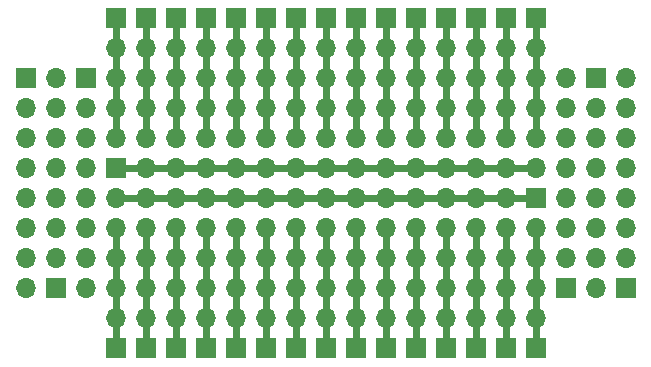
<source format=gbr>
G04 #@! TF.GenerationSoftware,KiCad,Pcbnew,(5.0.0)*
G04 #@! TF.CreationDate,2018-10-10T12:57:49-06:00*
G04 #@! TF.ProjectId,AltoidsSmallsPCB,416C746F696473536D616C6C73504342,rev?*
G04 #@! TF.SameCoordinates,Original*
G04 #@! TF.FileFunction,Copper,L1,Top,Signal*
G04 #@! TF.FilePolarity,Positive*
%FSLAX46Y46*%
G04 Gerber Fmt 4.6, Leading zero omitted, Abs format (unit mm)*
G04 Created by KiCad (PCBNEW (5.0.0)) date 10/10/18 12:57:49*
%MOMM*%
%LPD*%
G01*
G04 APERTURE LIST*
G04 #@! TA.AperFunction,ComponentPad*
%ADD10O,1.700000X1.700000*%
G04 #@! TD*
G04 #@! TA.AperFunction,ComponentPad*
%ADD11R,1.700000X1.700000*%
G04 #@! TD*
G04 #@! TA.AperFunction,Conductor*
%ADD12C,0.600000*%
G04 #@! TD*
G04 APERTURE END LIST*
D10*
G04 #@! TO.P,J37,15*
G04 #@! TO.N,VCC*
X115570000Y-81280000D03*
G04 #@! TO.P,J37,14*
X118110000Y-81280000D03*
G04 #@! TO.P,J37,13*
X120650000Y-81280000D03*
G04 #@! TO.P,J37,12*
X123190000Y-81280000D03*
G04 #@! TO.P,J37,11*
X125730000Y-81280000D03*
G04 #@! TO.P,J37,10*
X128270000Y-81280000D03*
G04 #@! TO.P,J37,9*
X130810000Y-81280000D03*
G04 #@! TO.P,J37,8*
X133350000Y-81280000D03*
G04 #@! TO.P,J37,7*
X135890000Y-81280000D03*
G04 #@! TO.P,J37,6*
X138430000Y-81280000D03*
G04 #@! TO.P,J37,5*
X140970000Y-81280000D03*
G04 #@! TO.P,J37,4*
X143510000Y-81280000D03*
G04 #@! TO.P,J37,3*
X146050000Y-81280000D03*
G04 #@! TO.P,J37,2*
X148590000Y-81280000D03*
D11*
G04 #@! TO.P,J37,1*
X151130000Y-81280000D03*
G04 #@! TD*
D10*
G04 #@! TO.P,J38,15*
G04 #@! TO.N,GND*
X151130000Y-78740000D03*
G04 #@! TO.P,J38,14*
X148590000Y-78740000D03*
G04 #@! TO.P,J38,13*
X146050000Y-78740000D03*
G04 #@! TO.P,J38,12*
X143510000Y-78740000D03*
G04 #@! TO.P,J38,11*
X140970000Y-78740000D03*
G04 #@! TO.P,J38,10*
X138430000Y-78740000D03*
G04 #@! TO.P,J38,9*
X135890000Y-78740000D03*
G04 #@! TO.P,J38,8*
X133350000Y-78740000D03*
G04 #@! TO.P,J38,7*
X130810000Y-78740000D03*
G04 #@! TO.P,J38,6*
X128270000Y-78740000D03*
G04 #@! TO.P,J38,5*
X125730000Y-78740000D03*
G04 #@! TO.P,J38,4*
X123190000Y-78740000D03*
G04 #@! TO.P,J38,3*
X120650000Y-78740000D03*
G04 #@! TO.P,J38,2*
X118110000Y-78740000D03*
D11*
G04 #@! TO.P,J38,1*
X115570000Y-78740000D03*
G04 #@! TD*
G04 #@! TO.P,J23,1*
G04 #@! TO.N,Net-(J23-Pad1)*
X148590000Y-66040000D03*
D10*
G04 #@! TO.P,J23,2*
X148590000Y-68580000D03*
G04 #@! TO.P,J23,3*
X148590000Y-71120000D03*
G04 #@! TO.P,J23,4*
X148590000Y-73660000D03*
G04 #@! TO.P,J23,5*
X148590000Y-76200000D03*
G04 #@! TD*
D11*
G04 #@! TO.P,J9,1*
G04 #@! TO.N,Net-(J9-Pad1)*
X143510000Y-93980000D03*
D10*
G04 #@! TO.P,J9,2*
X143510000Y-91440000D03*
G04 #@! TO.P,J9,3*
X143510000Y-88900000D03*
G04 #@! TO.P,J9,4*
X143510000Y-86360000D03*
G04 #@! TO.P,J9,5*
X143510000Y-83820000D03*
G04 #@! TD*
D11*
G04 #@! TO.P,J22,1*
G04 #@! TO.N,Net-(J22-Pad1)*
X133350000Y-66040000D03*
D10*
G04 #@! TO.P,J22,2*
X133350000Y-68580000D03*
G04 #@! TO.P,J22,3*
X133350000Y-71120000D03*
G04 #@! TO.P,J22,4*
X133350000Y-73660000D03*
G04 #@! TO.P,J22,5*
X133350000Y-76200000D03*
G04 #@! TD*
D11*
G04 #@! TO.P,J21,1*
G04 #@! TO.N,Net-(J21-Pad1)*
X130810000Y-93980000D03*
D10*
G04 #@! TO.P,J21,2*
X130810000Y-91440000D03*
G04 #@! TO.P,J21,3*
X130810000Y-88900000D03*
G04 #@! TO.P,J21,4*
X130810000Y-86360000D03*
G04 #@! TO.P,J21,5*
X130810000Y-83820000D03*
G04 #@! TD*
D11*
G04 #@! TO.P,J1,1*
G04 #@! TO.N,Net-(J1-Pad1)*
X123190000Y-66040000D03*
D10*
G04 #@! TO.P,J1,2*
X123190000Y-68580000D03*
G04 #@! TO.P,J1,3*
X123190000Y-71120000D03*
G04 #@! TO.P,J1,4*
X123190000Y-73660000D03*
G04 #@! TO.P,J1,5*
X123190000Y-76200000D03*
G04 #@! TD*
D11*
G04 #@! TO.P,J19,1*
G04 #@! TO.N,Net-(J19-Pad1)*
X138430000Y-93980000D03*
D10*
G04 #@! TO.P,J19,2*
X138430000Y-91440000D03*
G04 #@! TO.P,J19,3*
X138430000Y-88900000D03*
G04 #@! TO.P,J19,4*
X138430000Y-86360000D03*
G04 #@! TO.P,J19,5*
X138430000Y-83820000D03*
G04 #@! TD*
D11*
G04 #@! TO.P,J4,1*
G04 #@! TO.N,Net-(J4-Pad1)*
X140970000Y-93980000D03*
D10*
G04 #@! TO.P,J4,2*
X140970000Y-91440000D03*
G04 #@! TO.P,J4,3*
X140970000Y-88900000D03*
G04 #@! TO.P,J4,4*
X140970000Y-86360000D03*
G04 #@! TO.P,J4,5*
X140970000Y-83820000D03*
G04 #@! TD*
D11*
G04 #@! TO.P,J17,1*
G04 #@! TO.N,Net-(J17-Pad1)*
X128270000Y-66040000D03*
D10*
G04 #@! TO.P,J17,2*
X128270000Y-68580000D03*
G04 #@! TO.P,J17,3*
X128270000Y-71120000D03*
G04 #@! TO.P,J17,4*
X128270000Y-73660000D03*
G04 #@! TO.P,J17,5*
X128270000Y-76200000D03*
G04 #@! TD*
D11*
G04 #@! TO.P,J5,1*
G04 #@! TO.N,Net-(J5-Pad1)*
X148590000Y-93980000D03*
D10*
G04 #@! TO.P,J5,2*
X148590000Y-91440000D03*
G04 #@! TO.P,J5,3*
X148590000Y-88900000D03*
G04 #@! TO.P,J5,4*
X148590000Y-86360000D03*
G04 #@! TO.P,J5,5*
X148590000Y-83820000D03*
G04 #@! TD*
D11*
G04 #@! TO.P,J15,1*
G04 #@! TO.N,Net-(J15-Pad1)*
X151130000Y-93980000D03*
D10*
G04 #@! TO.P,J15,2*
X151130000Y-91440000D03*
G04 #@! TO.P,J15,3*
X151130000Y-88900000D03*
G04 #@! TO.P,J15,4*
X151130000Y-86360000D03*
G04 #@! TO.P,J15,5*
X151130000Y-83820000D03*
G04 #@! TD*
D11*
G04 #@! TO.P,J14,1*
G04 #@! TO.N,Net-(J14-Pad1)*
X115570000Y-66040000D03*
D10*
G04 #@! TO.P,J14,2*
X115570000Y-68580000D03*
G04 #@! TO.P,J14,3*
X115570000Y-71120000D03*
G04 #@! TO.P,J14,4*
X115570000Y-73660000D03*
G04 #@! TO.P,J14,5*
X115570000Y-76200000D03*
G04 #@! TD*
D11*
G04 #@! TO.P,J13,1*
G04 #@! TO.N,Net-(J13-Pad1)*
X118110000Y-66040000D03*
D10*
G04 #@! TO.P,J13,2*
X118110000Y-68580000D03*
G04 #@! TO.P,J13,3*
X118110000Y-71120000D03*
G04 #@! TO.P,J13,4*
X118110000Y-73660000D03*
G04 #@! TO.P,J13,5*
X118110000Y-76200000D03*
G04 #@! TD*
D11*
G04 #@! TO.P,J12,1*
G04 #@! TO.N,Net-(J12-Pad1)*
X120650000Y-66040000D03*
D10*
G04 #@! TO.P,J12,2*
X120650000Y-68580000D03*
G04 #@! TO.P,J12,3*
X120650000Y-71120000D03*
G04 #@! TO.P,J12,4*
X120650000Y-73660000D03*
G04 #@! TO.P,J12,5*
X120650000Y-76200000D03*
G04 #@! TD*
D11*
G04 #@! TO.P,J11,1*
G04 #@! TO.N,Net-(J11-Pad1)*
X115570000Y-93980000D03*
D10*
G04 #@! TO.P,J11,2*
X115570000Y-91440000D03*
G04 #@! TO.P,J11,3*
X115570000Y-88900000D03*
G04 #@! TO.P,J11,4*
X115570000Y-86360000D03*
G04 #@! TO.P,J11,5*
X115570000Y-83820000D03*
G04 #@! TD*
D11*
G04 #@! TO.P,J10,1*
G04 #@! TO.N,Net-(J10-Pad1)*
X146050000Y-93980000D03*
D10*
G04 #@! TO.P,J10,2*
X146050000Y-91440000D03*
G04 #@! TO.P,J10,3*
X146050000Y-88900000D03*
G04 #@! TO.P,J10,4*
X146050000Y-86360000D03*
G04 #@! TO.P,J10,5*
X146050000Y-83820000D03*
G04 #@! TD*
D11*
G04 #@! TO.P,J2,1*
G04 #@! TO.N,Net-(J2-Pad1)*
X123190000Y-93980000D03*
D10*
G04 #@! TO.P,J2,2*
X123190000Y-91440000D03*
G04 #@! TO.P,J2,3*
X123190000Y-88900000D03*
G04 #@! TO.P,J2,4*
X123190000Y-86360000D03*
G04 #@! TO.P,J2,5*
X123190000Y-83820000D03*
G04 #@! TD*
D11*
G04 #@! TO.P,J25,1*
G04 #@! TO.N,Net-(J25-Pad1)*
X133350000Y-93980000D03*
D10*
G04 #@! TO.P,J25,2*
X133350000Y-91440000D03*
G04 #@! TO.P,J25,3*
X133350000Y-88900000D03*
G04 #@! TO.P,J25,4*
X133350000Y-86360000D03*
G04 #@! TO.P,J25,5*
X133350000Y-83820000D03*
G04 #@! TD*
D11*
G04 #@! TO.P,J26,1*
G04 #@! TO.N,Net-(J26-Pad1)*
X135890000Y-66040000D03*
D10*
G04 #@! TO.P,J26,2*
X135890000Y-68580000D03*
G04 #@! TO.P,J26,3*
X135890000Y-71120000D03*
G04 #@! TO.P,J26,4*
X135890000Y-73660000D03*
G04 #@! TO.P,J26,5*
X135890000Y-76200000D03*
G04 #@! TD*
D11*
G04 #@! TO.P,J27,1*
G04 #@! TO.N,Net-(J27-Pad1)*
X125730000Y-93980000D03*
D10*
G04 #@! TO.P,J27,2*
X125730000Y-91440000D03*
G04 #@! TO.P,J27,3*
X125730000Y-88900000D03*
G04 #@! TO.P,J27,4*
X125730000Y-86360000D03*
G04 #@! TO.P,J27,5*
X125730000Y-83820000D03*
G04 #@! TD*
D11*
G04 #@! TO.P,J28,1*
G04 #@! TO.N,Net-(J28-Pad1)*
X146050000Y-66040000D03*
D10*
G04 #@! TO.P,J28,2*
X146050000Y-68580000D03*
G04 #@! TO.P,J28,3*
X146050000Y-71120000D03*
G04 #@! TO.P,J28,4*
X146050000Y-73660000D03*
G04 #@! TO.P,J28,5*
X146050000Y-76200000D03*
G04 #@! TD*
D11*
G04 #@! TO.P,J29,1*
G04 #@! TO.N,Net-(J29-Pad1)*
X130810000Y-66040000D03*
D10*
G04 #@! TO.P,J29,2*
X130810000Y-68580000D03*
G04 #@! TO.P,J29,3*
X130810000Y-71120000D03*
G04 #@! TO.P,J29,4*
X130810000Y-73660000D03*
G04 #@! TO.P,J29,5*
X130810000Y-76200000D03*
G04 #@! TD*
D11*
G04 #@! TO.P,J30,1*
G04 #@! TO.N,Net-(J30-Pad1)*
X140970000Y-66040000D03*
D10*
G04 #@! TO.P,J30,2*
X140970000Y-68580000D03*
G04 #@! TO.P,J30,3*
X140970000Y-71120000D03*
G04 #@! TO.P,J30,4*
X140970000Y-73660000D03*
G04 #@! TO.P,J30,5*
X140970000Y-76200000D03*
G04 #@! TD*
D11*
G04 #@! TO.P,J31,1*
G04 #@! TO.N,Net-(J31-Pad1)*
X151130000Y-66040000D03*
D10*
G04 #@! TO.P,J31,2*
X151130000Y-68580000D03*
G04 #@! TO.P,J31,3*
X151130000Y-71120000D03*
G04 #@! TO.P,J31,4*
X151130000Y-73660000D03*
G04 #@! TO.P,J31,5*
X151130000Y-76200000D03*
G04 #@! TD*
D11*
G04 #@! TO.P,J32,1*
G04 #@! TO.N,Net-(J32-Pad1)*
X143510000Y-66040000D03*
D10*
G04 #@! TO.P,J32,2*
X143510000Y-68580000D03*
G04 #@! TO.P,J32,3*
X143510000Y-71120000D03*
G04 #@! TO.P,J32,4*
X143510000Y-73660000D03*
G04 #@! TO.P,J32,5*
X143510000Y-76200000D03*
G04 #@! TD*
D11*
G04 #@! TO.P,J33,1*
G04 #@! TO.N,Net-(J33-Pad1)*
X128270000Y-93980000D03*
D10*
G04 #@! TO.P,J33,2*
X128270000Y-91440000D03*
G04 #@! TO.P,J33,3*
X128270000Y-88900000D03*
G04 #@! TO.P,J33,4*
X128270000Y-86360000D03*
G04 #@! TO.P,J33,5*
X128270000Y-83820000D03*
G04 #@! TD*
D11*
G04 #@! TO.P,J34,1*
G04 #@! TO.N,Net-(J34-Pad1)*
X138430000Y-66040000D03*
D10*
G04 #@! TO.P,J34,2*
X138430000Y-68580000D03*
G04 #@! TO.P,J34,3*
X138430000Y-71120000D03*
G04 #@! TO.P,J34,4*
X138430000Y-73660000D03*
G04 #@! TO.P,J34,5*
X138430000Y-76200000D03*
G04 #@! TD*
D11*
G04 #@! TO.P,J35,1*
G04 #@! TO.N,Net-(J35-Pad1)*
X120650000Y-93980000D03*
D10*
G04 #@! TO.P,J35,2*
X120650000Y-91440000D03*
G04 #@! TO.P,J35,3*
X120650000Y-88900000D03*
G04 #@! TO.P,J35,4*
X120650000Y-86360000D03*
G04 #@! TO.P,J35,5*
X120650000Y-83820000D03*
G04 #@! TD*
D11*
G04 #@! TO.P,J36,1*
G04 #@! TO.N,Net-(J36-Pad1)*
X118110000Y-93980000D03*
D10*
G04 #@! TO.P,J36,2*
X118110000Y-91440000D03*
G04 #@! TO.P,J36,3*
X118110000Y-88900000D03*
G04 #@! TO.P,J36,4*
X118110000Y-86360000D03*
G04 #@! TO.P,J36,5*
X118110000Y-83820000D03*
G04 #@! TD*
D11*
G04 #@! TO.P,J24,1*
G04 #@! TO.N,Net-(J24-Pad1)*
X135890000Y-93980000D03*
D10*
G04 #@! TO.P,J24,2*
X135890000Y-91440000D03*
G04 #@! TO.P,J24,3*
X135890000Y-88900000D03*
G04 #@! TO.P,J24,4*
X135890000Y-86360000D03*
G04 #@! TO.P,J24,5*
X135890000Y-83820000D03*
G04 #@! TD*
D11*
G04 #@! TO.P,J7,1*
G04 #@! TO.N,Net-(J7-Pad1)*
X125730000Y-66040000D03*
D10*
G04 #@! TO.P,J7,2*
X125730000Y-68580000D03*
G04 #@! TO.P,J7,3*
X125730000Y-71120000D03*
G04 #@! TO.P,J7,4*
X125730000Y-73660000D03*
G04 #@! TO.P,J7,5*
X125730000Y-76200000D03*
G04 #@! TD*
D11*
G04 #@! TO.P,J6,1*
G04 #@! TO.N,Net-(J6-Pad1)*
X107950000Y-71120000D03*
D10*
G04 #@! TO.P,J6,2*
G04 #@! TO.N,Net-(J6-Pad2)*
X107950000Y-73660000D03*
G04 #@! TO.P,J6,3*
G04 #@! TO.N,Net-(J6-Pad3)*
X107950000Y-76200000D03*
G04 #@! TO.P,J6,4*
G04 #@! TO.N,Net-(J6-Pad4)*
X107950000Y-78740000D03*
G04 #@! TO.P,J6,5*
G04 #@! TO.N,Net-(J6-Pad5)*
X107950000Y-81280000D03*
G04 #@! TO.P,J6,6*
G04 #@! TO.N,Net-(J6-Pad6)*
X107950000Y-83820000D03*
G04 #@! TO.P,J6,7*
G04 #@! TO.N,Net-(J6-Pad7)*
X107950000Y-86360000D03*
G04 #@! TO.P,J6,8*
G04 #@! TO.N,Net-(J6-Pad8)*
X107950000Y-88900000D03*
G04 #@! TD*
D11*
G04 #@! TO.P,J8,1*
G04 #@! TO.N,Net-(J8-Pad1)*
X153670000Y-88900000D03*
D10*
G04 #@! TO.P,J8,2*
G04 #@! TO.N,Net-(J8-Pad2)*
X153670000Y-86360000D03*
G04 #@! TO.P,J8,3*
G04 #@! TO.N,Net-(J8-Pad3)*
X153670000Y-83820000D03*
G04 #@! TO.P,J8,4*
G04 #@! TO.N,Net-(J8-Pad4)*
X153670000Y-81280000D03*
G04 #@! TO.P,J8,5*
G04 #@! TO.N,Net-(J8-Pad5)*
X153670000Y-78740000D03*
G04 #@! TO.P,J8,6*
G04 #@! TO.N,Net-(J8-Pad6)*
X153670000Y-76200000D03*
G04 #@! TO.P,J8,7*
G04 #@! TO.N,Net-(J8-Pad7)*
X153670000Y-73660000D03*
G04 #@! TO.P,J8,8*
G04 #@! TO.N,Net-(J8-Pad8)*
X153670000Y-71120000D03*
G04 #@! TD*
D11*
G04 #@! TO.P,J16,1*
G04 #@! TO.N,Net-(J16-Pad1)*
X156210000Y-71120000D03*
D10*
G04 #@! TO.P,J16,2*
G04 #@! TO.N,Net-(J16-Pad2)*
X156210000Y-73660000D03*
G04 #@! TO.P,J16,3*
G04 #@! TO.N,Net-(J16-Pad3)*
X156210000Y-76200000D03*
G04 #@! TO.P,J16,4*
G04 #@! TO.N,Net-(J16-Pad4)*
X156210000Y-78740000D03*
G04 #@! TO.P,J16,5*
G04 #@! TO.N,Net-(J16-Pad5)*
X156210000Y-81280000D03*
G04 #@! TO.P,J16,6*
G04 #@! TO.N,Net-(J16-Pad6)*
X156210000Y-83820000D03*
G04 #@! TO.P,J16,7*
G04 #@! TO.N,Net-(J16-Pad7)*
X156210000Y-86360000D03*
G04 #@! TO.P,J16,8*
G04 #@! TO.N,Net-(J16-Pad8)*
X156210000Y-88900000D03*
G04 #@! TD*
D11*
G04 #@! TO.P,J18,1*
G04 #@! TO.N,Net-(J18-Pad1)*
X158750000Y-88900000D03*
D10*
G04 #@! TO.P,J18,2*
G04 #@! TO.N,Net-(J18-Pad2)*
X158750000Y-86360000D03*
G04 #@! TO.P,J18,3*
G04 #@! TO.N,Net-(J18-Pad3)*
X158750000Y-83820000D03*
G04 #@! TO.P,J18,4*
G04 #@! TO.N,Net-(J18-Pad4)*
X158750000Y-81280000D03*
G04 #@! TO.P,J18,5*
G04 #@! TO.N,Net-(J18-Pad5)*
X158750000Y-78740000D03*
G04 #@! TO.P,J18,6*
G04 #@! TO.N,Net-(J18-Pad6)*
X158750000Y-76200000D03*
G04 #@! TO.P,J18,7*
G04 #@! TO.N,Net-(J18-Pad7)*
X158750000Y-73660000D03*
G04 #@! TO.P,J18,8*
G04 #@! TO.N,Net-(J18-Pad8)*
X158750000Y-71120000D03*
G04 #@! TD*
D11*
G04 #@! TO.P,J20,1*
G04 #@! TO.N,Net-(J20-Pad1)*
X113030000Y-71120000D03*
D10*
G04 #@! TO.P,J20,2*
G04 #@! TO.N,Net-(J20-Pad2)*
X113030000Y-73660000D03*
G04 #@! TO.P,J20,3*
G04 #@! TO.N,Net-(J20-Pad3)*
X113030000Y-76200000D03*
G04 #@! TO.P,J20,4*
G04 #@! TO.N,Net-(J20-Pad4)*
X113030000Y-78740000D03*
G04 #@! TO.P,J20,5*
G04 #@! TO.N,Net-(J20-Pad5)*
X113030000Y-81280000D03*
G04 #@! TO.P,J20,6*
G04 #@! TO.N,Net-(J20-Pad6)*
X113030000Y-83820000D03*
G04 #@! TO.P,J20,7*
G04 #@! TO.N,Net-(J20-Pad7)*
X113030000Y-86360000D03*
G04 #@! TO.P,J20,8*
G04 #@! TO.N,Net-(J20-Pad8)*
X113030000Y-88900000D03*
G04 #@! TD*
D11*
G04 #@! TO.P,J3,1*
G04 #@! TO.N,Net-(J3-Pad1)*
X110490000Y-88900000D03*
D10*
G04 #@! TO.P,J3,2*
G04 #@! TO.N,Net-(J3-Pad2)*
X110490000Y-86360000D03*
G04 #@! TO.P,J3,3*
G04 #@! TO.N,Net-(J3-Pad3)*
X110490000Y-83820000D03*
G04 #@! TO.P,J3,4*
G04 #@! TO.N,Net-(J3-Pad4)*
X110490000Y-81280000D03*
G04 #@! TO.P,J3,5*
G04 #@! TO.N,Net-(J3-Pad5)*
X110490000Y-78740000D03*
G04 #@! TO.P,J3,6*
G04 #@! TO.N,Net-(J3-Pad6)*
X110490000Y-76200000D03*
G04 #@! TO.P,J3,7*
G04 #@! TO.N,Net-(J3-Pad7)*
X110490000Y-73660000D03*
G04 #@! TO.P,J3,8*
G04 #@! TO.N,Net-(J3-Pad8)*
X110490000Y-71120000D03*
G04 #@! TD*
D12*
G04 #@! TO.N,Net-(J1-Pad1)*
X123190000Y-76200000D02*
X123190000Y-73660000D01*
X123190000Y-73660000D02*
X123190000Y-71120000D01*
X123190000Y-71120000D02*
X123190000Y-68580000D01*
X123190000Y-68580000D02*
X123190000Y-66040000D01*
G04 #@! TO.N,Net-(J2-Pad1)*
X123190000Y-83820000D02*
X123190000Y-86360000D01*
X123190000Y-86360000D02*
X123190000Y-88900000D01*
X123190000Y-88900000D02*
X123190000Y-91440000D01*
X123190000Y-91440000D02*
X123190000Y-93980000D01*
G04 #@! TO.N,Net-(J4-Pad1)*
X140970000Y-83820000D02*
X140970000Y-85090000D01*
X140970000Y-85090000D02*
X140970000Y-86360000D01*
X140970000Y-86360000D02*
X140970000Y-88900000D01*
X140970000Y-88900000D02*
X140970000Y-91440000D01*
X140970000Y-91440000D02*
X140970000Y-93980000D01*
G04 #@! TO.N,Net-(J5-Pad1)*
X148590000Y-83820000D02*
X148590000Y-86360000D01*
X148590000Y-86360000D02*
X148590000Y-88900000D01*
X148590000Y-88900000D02*
X148590000Y-91440000D01*
X148590000Y-91440000D02*
X148590000Y-93980000D01*
G04 #@! TO.N,Net-(J7-Pad1)*
X125730000Y-66040000D02*
X125730000Y-68580000D01*
X125730000Y-68580000D02*
X125730000Y-71120000D01*
X125730000Y-71120000D02*
X125730000Y-73660000D01*
X125730000Y-73660000D02*
X125730000Y-76200000D01*
G04 #@! TO.N,Net-(J9-Pad1)*
X143510000Y-83820000D02*
X143510000Y-86360000D01*
X143510000Y-86360000D02*
X143510000Y-88900000D01*
X143510000Y-88900000D02*
X143510000Y-91440000D01*
X143510000Y-91440000D02*
X143510000Y-93980000D01*
G04 #@! TO.N,Net-(J10-Pad1)*
X146050000Y-83820000D02*
X146050000Y-86360000D01*
X146050000Y-86360000D02*
X146050000Y-88900000D01*
X146050000Y-88900000D02*
X146050000Y-91440000D01*
X146050000Y-91440000D02*
X146050000Y-93980000D01*
G04 #@! TO.N,Net-(J11-Pad1)*
X115570000Y-93980000D02*
X115570000Y-91440000D01*
X115570000Y-91440000D02*
X115570000Y-88900000D01*
X115570000Y-88900000D02*
X115570000Y-86360000D01*
X115570000Y-86360000D02*
X115570000Y-83820000D01*
G04 #@! TO.N,Net-(J12-Pad1)*
X120650000Y-66040000D02*
X120650000Y-68580000D01*
X120650000Y-68580000D02*
X120650000Y-71120000D01*
X120650000Y-71120000D02*
X120650000Y-73660000D01*
X120650000Y-73660000D02*
X120650000Y-76200000D01*
G04 #@! TO.N,Net-(J13-Pad1)*
X118110000Y-76200000D02*
X118110000Y-73660000D01*
X118110000Y-73660000D02*
X118110000Y-71120000D01*
X118110000Y-71120000D02*
X118110000Y-68580000D01*
X118110000Y-68580000D02*
X118110000Y-66040000D01*
G04 #@! TO.N,Net-(J14-Pad1)*
X115570000Y-66040000D02*
X115570000Y-68580000D01*
X115570000Y-68580000D02*
X115570000Y-71120000D01*
X115570000Y-71120000D02*
X115570000Y-73660000D01*
X115570000Y-73660000D02*
X115570000Y-76200000D01*
G04 #@! TO.N,Net-(J15-Pad1)*
X151130000Y-83820000D02*
X151130000Y-86360000D01*
X151130000Y-86360000D02*
X151130000Y-88900000D01*
X151130000Y-88900000D02*
X151130000Y-91440000D01*
X151130000Y-91440000D02*
X151130000Y-93980000D01*
G04 #@! TO.N,Net-(J17-Pad1)*
X128270000Y-76200000D02*
X128270000Y-73660000D01*
X128270000Y-73660000D02*
X128270000Y-71120000D01*
X128270000Y-71120000D02*
X128270000Y-68580000D01*
X128270000Y-68580000D02*
X128270000Y-66040000D01*
G04 #@! TO.N,Net-(J19-Pad1)*
X138430000Y-83820000D02*
X138430000Y-86360000D01*
X138430000Y-86360000D02*
X138430000Y-88900000D01*
X138430000Y-88900000D02*
X138430000Y-91440000D01*
X138430000Y-91440000D02*
X138430000Y-93980000D01*
G04 #@! TO.N,Net-(J21-Pad1)*
X130810000Y-83820000D02*
X130810000Y-86360000D01*
X130810000Y-86360000D02*
X130810000Y-88900000D01*
X130810000Y-88900000D02*
X130810000Y-91440000D01*
X130810000Y-91440000D02*
X130810000Y-93980000D01*
G04 #@! TO.N,Net-(J22-Pad1)*
X133350000Y-76200000D02*
X133350000Y-73660000D01*
X133350000Y-73660000D02*
X133350000Y-71120000D01*
X133350000Y-71120000D02*
X133350000Y-68580000D01*
X133350000Y-68580000D02*
X133350000Y-66040000D01*
G04 #@! TO.N,Net-(J23-Pad1)*
X148590000Y-76200000D02*
X148590000Y-73660000D01*
X148590000Y-73660000D02*
X148590000Y-71120000D01*
X148590000Y-71120000D02*
X148590000Y-68580000D01*
X148590000Y-68580000D02*
X148590000Y-66040000D01*
G04 #@! TO.N,Net-(J24-Pad1)*
X135890000Y-83820000D02*
X135890000Y-86360000D01*
X135890000Y-86360000D02*
X135890000Y-88900000D01*
X135890000Y-88900000D02*
X135890000Y-91440000D01*
X135890000Y-91440000D02*
X135890000Y-93980000D01*
G04 #@! TO.N,Net-(J25-Pad1)*
X133350000Y-83820000D02*
X133350000Y-86360000D01*
X133350000Y-86360000D02*
X133350000Y-88900000D01*
X133350000Y-88900000D02*
X133350000Y-91440000D01*
X133350000Y-91440000D02*
X133350000Y-93980000D01*
G04 #@! TO.N,Net-(J26-Pad1)*
X135890000Y-66040000D02*
X135890000Y-68580000D01*
X135890000Y-68580000D02*
X135890000Y-71120000D01*
X135890000Y-71120000D02*
X135890000Y-73660000D01*
X135890000Y-73660000D02*
X135890000Y-76200000D01*
G04 #@! TO.N,Net-(J27-Pad1)*
X125730000Y-83820000D02*
X125730000Y-86360000D01*
X125730000Y-86360000D02*
X125730000Y-88900000D01*
X125730000Y-88900000D02*
X125730000Y-91440000D01*
X125730000Y-91440000D02*
X125730000Y-93980000D01*
G04 #@! TO.N,Net-(J28-Pad1)*
X146050000Y-66040000D02*
X146050000Y-68580000D01*
X146050000Y-68580000D02*
X146050000Y-71120000D01*
X146050000Y-71120000D02*
X146050000Y-73660000D01*
X146050000Y-73660000D02*
X146050000Y-76200000D01*
G04 #@! TO.N,Net-(J29-Pad1)*
X130810000Y-66040000D02*
X130810000Y-68580000D01*
X130810000Y-68580000D02*
X130810000Y-71120000D01*
X130810000Y-71120000D02*
X130810000Y-73660000D01*
X130810000Y-73660000D02*
X130810000Y-76200000D01*
G04 #@! TO.N,Net-(J30-Pad1)*
X140970000Y-66040000D02*
X140970000Y-68580000D01*
X140970000Y-68580000D02*
X140970000Y-71120000D01*
X140970000Y-71120000D02*
X140970000Y-73660000D01*
X140970000Y-73660000D02*
X140970000Y-76200000D01*
G04 #@! TO.N,Net-(J31-Pad1)*
X151130000Y-66040000D02*
X151130000Y-68580000D01*
X151130000Y-68580000D02*
X151130000Y-71120000D01*
X151130000Y-71120000D02*
X151130000Y-73660000D01*
X151130000Y-73660000D02*
X151130000Y-76200000D01*
G04 #@! TO.N,Net-(J32-Pad1)*
X143510000Y-76200000D02*
X143510000Y-73660000D01*
X143510000Y-73660000D02*
X143510000Y-71120000D01*
X143510000Y-71120000D02*
X143510000Y-68580000D01*
X143510000Y-68580000D02*
X143510000Y-66040000D01*
G04 #@! TO.N,Net-(J33-Pad1)*
X128270000Y-83820000D02*
X128270000Y-86360000D01*
X128270000Y-86360000D02*
X128270000Y-88900000D01*
X128270000Y-88900000D02*
X128270000Y-91440000D01*
X128270000Y-91440000D02*
X128270000Y-93980000D01*
G04 #@! TO.N,Net-(J34-Pad1)*
X138430000Y-76200000D02*
X138430000Y-73660000D01*
X138430000Y-73660000D02*
X138430000Y-71120000D01*
X138430000Y-71120000D02*
X138430000Y-68580000D01*
X138430000Y-68580000D02*
X138430000Y-66040000D01*
G04 #@! TO.N,Net-(J35-Pad1)*
X120650000Y-83820000D02*
X120650000Y-86360000D01*
X120650000Y-86360000D02*
X120650000Y-88900000D01*
X120650000Y-88900000D02*
X120650000Y-91440000D01*
X120650000Y-91440000D02*
X120650000Y-93980000D01*
G04 #@! TO.N,Net-(J36-Pad1)*
X118110000Y-83820000D02*
X118110000Y-86360000D01*
X118110000Y-86360000D02*
X118110000Y-88900000D01*
X118110000Y-88900000D02*
X118110000Y-91440000D01*
X118110000Y-91440000D02*
X118110000Y-93980000D01*
G04 #@! TO.N,VCC*
X115570000Y-81280000D02*
X118110000Y-81280000D01*
X118110000Y-81280000D02*
X120650000Y-81280000D01*
X120650000Y-81280000D02*
X123190000Y-81280000D01*
X123190000Y-81280000D02*
X125730000Y-81280000D01*
X125730000Y-81280000D02*
X128270000Y-81280000D01*
X128270000Y-81280000D02*
X130810000Y-81280000D01*
X130810000Y-81280000D02*
X133350000Y-81280000D01*
X133350000Y-81280000D02*
X135890000Y-81280000D01*
X135890000Y-81280000D02*
X138430000Y-81280000D01*
X138430000Y-81280000D02*
X140970000Y-81280000D01*
X140970000Y-81280000D02*
X143510000Y-81280000D01*
X143510000Y-81280000D02*
X146050000Y-81280000D01*
X146050000Y-81280000D02*
X148590000Y-81280000D01*
X148590000Y-81280000D02*
X151130000Y-81280000D01*
G04 #@! TO.N,GND*
X115570000Y-78740000D02*
X118110000Y-78740000D01*
X118110000Y-78740000D02*
X120650000Y-78740000D01*
X120650000Y-78740000D02*
X123190000Y-78740000D01*
X123190000Y-78740000D02*
X125730000Y-78740000D01*
X125730000Y-78740000D02*
X128270000Y-78740000D01*
X128270000Y-78740000D02*
X130810000Y-78740000D01*
X130810000Y-78740000D02*
X133350000Y-78740000D01*
X133350000Y-78740000D02*
X135890000Y-78740000D01*
X135890000Y-78740000D02*
X138430000Y-78740000D01*
X138430000Y-78740000D02*
X140970000Y-78740000D01*
X140970000Y-78740000D02*
X143510000Y-78740000D01*
X143510000Y-78740000D02*
X146050000Y-78740000D01*
X146050000Y-78740000D02*
X148590000Y-78740000D01*
X148590000Y-78740000D02*
X151130000Y-78740000D01*
G04 #@! TD*
M02*

</source>
